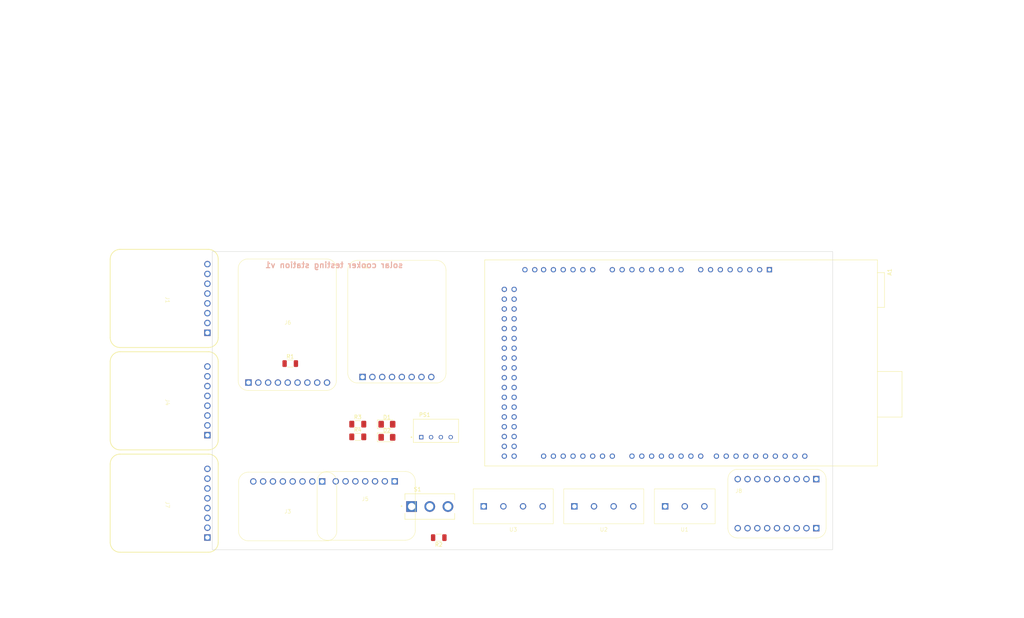
<source format=kicad_pcb>
(kicad_pcb (version 20221018) (generator pcbnew)
  (layers (0 "F.Cu" signal) (31 "B.Cu" signal) (34 "B.Paste" user) (35 "F.Paste" user) (36 "B.SilkS" user "B.Silkscreen") (37 "F.SilkS" user "F.Silkscreen") (38 "B.Mask" user) (39 "F.Mask" user) (44 "Edge.Cuts" user))
  (net 0 "")
  (net 1 "Net-(D1-K)")
  (net 2 "GND")
  (net 3 "Net-(D2-K)")
  (net 4 "/D4")
  (net 5 "/MISO")
  (net 6 "/MOSI")
  (net 7 "/SCK")
  (net 8 "+5V")
  (net 9 "/SDA")
  (net 10 "/SCL")
  (net 11 "+9V")
  (net 12 "/A0")
  (net 13 "/D6")
  (net 14 "/D11")
  (net 15 "/D24")
  (net 16 "/D22")
  (net 17 "/D23")
  (net 18 "/A10")
  (net 73 "/D3")
  (net 74 "/D5")
  (net 75 "/D7")
  (net 76 "/D12")
  (net 77 "/D13")
  (net 79 "/RX1")
  (net 83 "/D45")
  (net 84 "/D43")
  (net 85 "/TX1")
  (net 87 "Net-(J6-EN)")
  (footprint "Resistor_SMD:R_1206_3216Metric_Pad1.30x1.75mm_HandSolder" (layer "F.Cu") (at 107.75 124.7)
    (fp_text reference "R3" (at 0 -1.82) (layer "F.SilkS"))
    (fp_text value "150")
    (fp_line (start -0.727064 -0.91) (end 0.727064 -0.91) (stroke (width 0.12)) (layer "F.SilkS"))
    (fp_line (start -0.727064 0.91) (end 0.727064 0.91) (stroke (width 0.12)) (layer "F.SilkS"))
    (pad "1" smd roundrect (at -1.55 0) (size 1.3 1.75) (layers "F.Cu" "F.Paste" "F.Mask") (roundrect_rratio 0.192308) (net 1 "Net-(D1-K)"))
    (pad "2" smd roundrect (at 1.55 0) (size 1.3 1.75) (layers "F.Cu" "F.Paste" "F.Mask") (roundrect_rratio 0.192308) (net 2 "GND"))
  )
  (footprint "custom_components:screw_terminal_3pin" (layer "F.Cu") (at 192.33 145.975)
    (fp_text reference "U1" (at -0.055 6 unlocked) (layer "F.SilkS") (effects (font (thickness 0.1))))
    (fp_text value "anemometer")
    (fp_line (start -7.85 -4.5) (end -7.85 4.5) (stroke (width 0.1)) (layer "F.SilkS"))
    (fp_line (start -7.85 -4.5) (end 7.85 -4.5) (stroke (width 0.1)) (layer "F.SilkS"))
    (fp_line (start -7.85 4.5) (end 7.85 4.5) (stroke (width 0.1)) (layer "F.SilkS"))
    (fp_line (start 7.85 -4.5) (end 7.85 4.5) (stroke (width 0.1)) (layer "F.SilkS"))
    (pad "1" thru_hole rect (at -5.08 0) (size 1.65 1.65) (drill 1.1) (layers "*.Cu" "*.Mask") (net 11 "+9V"))
    (pad "2" thru_hole circle (at 0 0) (size 1.65 1.65) (drill 1.1) (layers "*.Cu" "*.Mask") (net 2 "GND"))
    (pad "3" thru_hole circle (at 5.08 0) (size 1.65 1.65) (drill 1.1) (layers "*.Cu" "*.Mask") (net 12 "/A0"))
  )
  (footprint "LED_SMD:LED_1206_3216Metric_Pad1.42x1.75mm_HandSolder" (layer "F.Cu") (at 115.2875 124.725)
    (fp_text reference "D1" (at 0 -1.82) (layer "F.SilkS"))
    (fp_text value "LED_GREEN")
    (fp_line (start -2.46 -1.135) (end -2.46 1.135) (stroke (width 0.12)) (layer "F.SilkS"))
    (fp_line (start -2.46 1.135) (end 1.6 1.135) (stroke (width 0.12)) (layer "F.SilkS"))
    (fp_line (start 1.6 -1.135) (end -2.46 -1.135) (stroke (width 0.12)) (layer "F.SilkS"))
    (pad "1" smd roundrect (at -1.4875 0) (size 1.425 1.75) (layers "F.Cu" "F.Paste" "F.Mask") (roundrect_rratio 0.175439) (net 1 "Net-(D1-K)"))
    (pad "2" smd roundrect (at 1.4875 0) (size 1.425 1.75) (layers "F.Cu" "F.Paste" "F.Mask") (roundrect_rratio 0.175439) (net 16 "/D22"))
  )
  (footprint "custom_components:BME680" (layer "F.Cu") (at 109.675 145.85)
    (fp_text reference "J5" (at 0 -1.778 unlocked) (layer "F.SilkS") (effects (font (thickness 0.1))))
    (fp_text value "BME680")
    (fp_line (start -12.446 6.35) (end -12.446 -6.35) (stroke (width 0.1)) (layer "F.SilkS"))
    (fp_line (start -9.906 -8.89) (end 10.414 -8.89) (stroke (width 0.1)) (layer "F.SilkS"))
    (fp_line (start 10.414 8.89) (end -9.906 8.89) (stroke (width 0.1)) (layer "F.SilkS"))
    (fp_line (start 12.954 -6.35) (end 12.954 6.35) (stroke (width 0.1)) (layer "F.SilkS"))
    (fp_arc (start -12.446 -6.35) (mid -11.702051 -8.146051) (end -9.906 -8.89) (stroke (width 0.1)) (layer "F.SilkS"))
    (fp_arc (start -9.906 8.89) (mid -11.702051 8.146051) (end -12.446 6.35) (stroke (width 0.1)) (layer "F.SilkS"))
    (fp_arc (start 10.414 -8.89) (mid 12.210051 -8.146051) (end 12.954 -6.35) (stroke (width 0.1)) (layer "F.SilkS"))
    (fp_arc (start 12.954 6.35) (mid 12.210051 8.146051) (end 10.414 8.89) (stroke (width 0.1)) (layer "F.SilkS"))
    (pad "1" thru_hole rect (at 7.62 -6.35) (size 1.65 1.65) (drill 1.1) (layers "*.Cu" "*.Mask") (net 8 "+5V"))
    (pad "2" thru_hole circle (at 5.08 -6.35) (size 1.65 1.65) (drill 1.1) (layers "*.Cu" "*.Mask"))
    (pad "3" thru_hole circle (at 2.54 -6.35) (size 1.65 1.65) (drill 1.1) (layers "*.Cu" "*.Mask") (net 2 "GND"))
    (pad "4" thru_hole circle (at 0 -6.35) (size 1.65 1.65) (drill 1.1) (layers "*.Cu" "*.Mask") (net 7 "/SCK"))
    (pad "5" thru_hole circle (at -2.54 -6.35) (size 1.65 1.65) (drill 1.1) (layers "*.Cu" "*.Mask") (net 5 "/MISO"))
    (pad "6" thru_hole circle (at -5.08 -6.35) (size 1.65 1.65) (drill 1.1) (layers "*.Cu" "*.Mask") (net 6 "/MOSI"))
    (pad "7" thru_hole circle (at -7.62 -6.35) (size 1.65 1.65) (drill 1.1) (layers "*.Cu" "*.Mask") (net 13 "/D6"))
  )
  (footprint "LED_SMD:LED_1206_3216Metric_Pad1.42x1.75mm_HandSolder" (layer "F.Cu") (at 115.2875 128.115)
    (fp_text reference "D2" (at 0 -1.82) (layer "F.SilkS"))
    (fp_text value "LED_RED")
    (fp_line (start -2.46 -1.135) (end -2.46 1.135) (stroke (width 0.12)) (layer "F.SilkS"))
    (fp_line (start -2.46 1.135) (end 1.6 1.135) (stroke (width 0.12)) (layer "F.SilkS"))
    (fp_line (start 1.6 -1.135) (end -2.46 -1.135) (stroke (width 0.12)) (layer "F.SilkS"))
    (pad "1" smd roundrect (at -1.4875 0) (size 1.425 1.75) (layers "F.Cu" "F.Paste" "F.Mask") (roundrect_rratio 0.175439) (net 3 "Net-(D2-K)"))
    (pad "2" smd roundrect (at 1.4875 0) (size 1.425 1.75) (layers "F.Cu" "F.Paste" "F.Mask") (roundrect_rratio 0.175439) (net 17 "/D23"))
  )
  (footprint "Resistor_SMD:R_1206_3216Metric_Pad1.30x1.75mm_HandSolder" (layer "F.Cu") (at 107.75 127.99)
    (fp_text reference "R4" (at 0 -1.82) (layer "F.SilkS"))
    (fp_text value "150")
    (fp_line (start -0.727064 -0.91) (end 0.727064 -0.91) (stroke (width 0.12)) (layer "F.SilkS"))
    (fp_line (start -0.727064 0.91) (end 0.727064 0.91) (stroke (width 0.12)) (layer "F.SilkS"))
    (pad "1" smd roundrect (at -1.55 0) (size 1.3 1.75) (layers "F.Cu" "F.Paste" "F.Mask") (roundrect_rratio 0.192308) (net 3 "Net-(D2-K)"))
    (pad "2" smd roundrect (at 1.55 0) (size 1.3 1.75) (layers "F.Cu" "F.Paste" "F.Mask") (roundrect_rratio 0.192308) (net 2 "GND"))
  )
  (footprint "custom_components:GPS" (layer "F.Cu") (at 89.635 98.95)
    (fp_text reference "J6" (at 0.015 -0.55 unlocked) (layer "F.SilkS") (effects (font (thickness 0.1))))
    (fp_text value "GPS")
    (fp_line (start -12.827 14.478) (end -12.827 -14.478) (stroke (width 0.1)) (layer "F.SilkS"))
    (fp_line (start -10.287 -17.018) (end 10.033 -17.018) (stroke (width 0.1)) (layer "F.SilkS"))
    (fp_line (start 10.033 17.018) (end -10.287 17.018) (stroke (width 0.1)) (layer "F.SilkS"))
    (fp_line (start 12.573 -14.478) (end 12.573 14.478) (stroke (width 0.1)) (layer "F.SilkS"))
    (fp_arc (start -12.827 -14.478) (mid -12.083051 -16.274051) (end -10.287 -17.018) (stroke (width 0.1)) (layer "F.SilkS"))
    (fp_arc (start -10.287 17.018) (mid -12.083051 16.274051) (end -12.827 14.478) (stroke (width 0.1)) (layer "F.SilkS"))
    (fp_arc (start 10.033 -17.018) (mid 11.829051 -16.274051) (end 12.573 -14.478) (stroke (width 0.1)) (layer "F.SilkS"))
    (fp_arc (start 12.573 14.478) (mid 11.829051 16.274051) (end 10.033 17.018) (stroke (width 0.1)) (layer "F.SilkS"))
    (pad "1" thru_hole rect (at -10.16 14.986) (size 1.65 1.65) (drill 1.1) (layers "*.Cu" "*.Mask"))
    (pad "2" thru_hole circle (at -7.62 14.986) (size 1.65 1.65) (drill 1.1) (layers "*.Cu" "*.Mask") (net 87 "Net-(J6-EN)"))
    (pad "3" thru_hole circle (at -5.08 14.986) (size 1.65 1.65) (drill 1.1) (layers "*.Cu" "*.Mask"))
    (pad "4" thru_hole circle (at -2.54 14.986) (size 1.65 1.65) (drill 1.1) (layers "*.Cu" "*.Mask"))
    (pad "5" thru_hole circle (at 0 14.986) (size 1.65 1.65) (drill 1.1) (layers "*.Cu" "*.Mask") (net 79 "/RX1"))
    (pad "6" thru_hole circle (at 2.54 14.986) (size 1.65 1.65) (drill 1.1) (layers "*.Cu" "*.Mask") (net 85 "/TX1"))
    (pad "7" thru_hole circle (at 5.08 14.986) (size 1.65 1.65) (drill 1.1) (layers "*.Cu" "*.Mask") (net 2 "GND"))
    (pad "8" thru_hole circle (at 7.62 14.986) (size 1.65 1.65) (drill 1.1) (layers "*.Cu" "*.Mask") (net 8 "+5V"))
    (pad "9" thru_hole circle (at 10.16 14.986) (size 1.65 1.65) (drill 1.1) (layers "*.Cu" "*.Mask"))
  )
  (footprint "custom_components:PT100" (layer "F.Cu") (at 57.175 92.16 -90)
    (fp_text reference "J1" (at 0.4 -1.36 -90 unlocked) (layer "F.SilkS") (effects (font (thickness 0.1))))
    (fp_text value "Pt100")
    (fp_line (start -12.7 10.922) (end -12.7 -11.938) (stroke (width 0.2)) (layer "F.SilkS"))
    (fp_line (start -10.16 -14.478) (end 10.16 -14.478) (stroke (width 0.2)) (layer "F.SilkS"))
    (fp_line (start 10.16 13.462) (end -10.16 13.462) (stroke (width 0.2)) (layer "F.SilkS"))
    (fp_line (start 12.7 -11.938) (end 12.7 10.922) (stroke (width 0.2)) (layer "F.SilkS"))
    (fp_arc (start -12.7 -11.938) (mid -11.956051 -13.734051) (end -10.16 -14.478) (stroke (width 0.2)) (layer "F.SilkS"))
    (fp_arc (start -10.16 13.462) (mid -11.956051 12.718051) (end -12.7 10.922) (stroke (width 0.2)) (layer "F.SilkS"))
    (fp_arc (start 10.16 -14.478) (mid 11.956051 -13.734051) (end 12.7 -11.938) (stroke (width 0.2)) (layer "F.SilkS"))
    (fp_arc (start 12.7 10.922) (mid 11.956051 12.718051) (end 10.16 13.462) (stroke (width 0.2)) (layer "F.SilkS"))
    (pad "1" thru_hole rect (at 8.89 -11.684 90) (size 1.65 1.65) (drill 1.1) (layers "*.Cu" "*.Mask") (net 8 "+5V"))
    (pad "2" thru_hole circle (at 6.35 -11.684 90) (size 1.65 1.65) (drill 1.1) (layers "*.Cu" "*.Mask") (net 2 "GND"))
    (pad "3" thru_hole circle (at 3.81 -11.684 90) (size 1.65 1.65) (drill 1.1) (layers "*.Cu" "*.Mask"))
    (pad "4" thru_hole circle (at 1.27 -11.684 90) (size 1.65 1.65) (drill 1.1) (layers "*.Cu" "*.Mask") (net 7 "/SCK"))
    (pad "5" thru_hole circle (at -1.27 -11.684 90) (size 1.65 1.65) (drill 1.1) (layers "*.Cu" "*.Mask") (net 5 "/MISO"))
    (pad "6" thru_hole circle (at -3.81 -11.684 90) (size 1.65 1.65) (drill 1.1) (layers "*.Cu" "*.Mask") (net 6 "/MOSI"))
    (pad "7" thru_hole circle (at -6.35 -11.684 90) (size 1.65 1.65) (drill 1.1) (layers "*.Cu" "*.Mask") (net 14 "/D11"))
    (pad "8" thru_hole circle (at -8.89 -11.684 90) (size 1.65 1.65) (drill 1.1) (layers "*.Cu" "*.Mask"))
  )
  (footprint "custom_components:PT100" (layer "F.Cu") (at 57.175 118.66 -90)
    (fp_text reference "J4" (at 0.4 -1.36 -90 unlocked) (layer "F.SilkS") (effects (font (thickness 0.1))))
    (fp_text value "Pt100")
    (fp_line (start -12.7 10.922) (end -12.7 -11.938) (stroke (width 0.2)) (layer "F.SilkS"))
    (fp_line (start -10.16 -14.478) (end 10.16 -14.478) (stroke (width 0.2)) (layer "F.SilkS"))
    (fp_line (start 10.16 13.462) (end -10.16 13.462) (stroke (width 0.2)) (layer "F.SilkS"))
    (fp_line (start 12.7 -11.938) (end 12.7 10.922) (stroke (width 0.2)) (layer "F.SilkS"))
    (fp_arc (start -12.7 -11.938) (mid -11.956051 -13.734051) (end -10.16 -14.478) (stroke (width 0.2)) (layer "F.SilkS"))
    (fp_arc (start -10.16 13.462) (mid -11.956051 12.718051) (end -12.7 10.922) (stroke (width 0.2)) (layer "F.SilkS"))
    (fp_arc (start 10.16 -14.478) (mid 11.956051 -13.734051) (end 12.7 -11.938) (stroke (width 0.2)) (layer "F.SilkS"))
    (fp_arc (start 12.7 10.922) (mid 11.956051 12.718051) (end 10.16 13.462) (stroke (width 0.2)) (layer "F.SilkS"))
    (pad "1" thru_hole rect (at 8.89 -11.684 90) (size 1.65 1.65) (drill 1.1) (layers "*.Cu" "*.Mask") (net 8 "+5V"))
    (pad "2" thru_hole circle (at 6.35 -11.684 90) (size 1.65 1.65) (drill 1.1) (layers "*.Cu" "*.Mask") (net 2 "GND"))
    (pad "3" thru_hole circle (at 3.81 -11.684 90) (size 1.65 1.65) (drill 1.1) (layers "*.Cu" "*.Mask"))
    (pad "4" thru_hole circle (at 1.27 -11.684 90) (size 1.65 1.65) (drill 1.1) (layers "*.Cu" "*.Mask") (net 7 "/SCK"))
    (pad "5" thru_hole circle (at -1.27 -11.684 90) (size 1.65 1.65) (drill 1.1) (layers "*.Cu" "*.Mask") (net 5 "/MISO"))
    (pad "6" thru_hole circle (at -3.81 -11.684 90) (size 1.65 1.65) (drill 1.1) (layers "*.Cu" "*.Mask") (net 6 "/MOSI"))
    (pad "7" thru_hole circle (at -6.35 -11.684 90) (size 1.65 1.65) (drill 1.1) (layers "*.Cu" "*.Mask") (net 76 "/D12"))
    (pad "8" thru_hole circle (at -8.89 -11.684 90) (size 1.65 1.65) (drill 1.1) (layers "*.Cu" "*.Mask"))
  )
  (footprint "switch:SW_500SSP1S2M2QEA" (layer "F.Cu") (at 126.375 146.025)
    (fp_text reference "S1" (at -3.175 -4.445) (layer "F.SilkS"))
    (fp_text value "500SSP1S2M2QEA")
    (fp_line (start -6.425 -3.3) (end 6.425 -3.3) (stroke (width 0.127)) (layer "F.SilkS"))
    (fp_line (start -6.425 -1.75) (end -6.425 -3.3) (stroke (width 0.127)) (layer "F.SilkS"))
    (fp_line (start -6.425 3.3) (end -6.425 1.75) (stroke (width 0.127)) (layer "F.SilkS"))
    (fp_line (start 6.425 -3.3) (end 6.425 -1.75) (stroke (width 0.127)) (layer "F.SilkS"))
    (fp_line (start 6.425 1.75) (end 6.425 3.3) (stroke (width 0.127)) (layer "F.SilkS"))
    (fp_line (start 6.425 3.3) (end -6.425 3.3) (stroke (width 0.127)) (layer "F.SilkS"))
    (fp_circle (center -7.3 -0.1) (end -7.2 -0.1) (stroke (width 0.2)) (fill none) (layer "F.SilkS"))
    (pad "1" thru_hole rect (at -4.7 0) (size 2.775 2.775) (drill 1.85) (layers "*.Cu" "*.Mask") (net 8 "+5V"))
    (pad "2" thru_hole circle (at 0 0) (size 2.775 2.775) (drill 1.85) (layers "*.Cu" "*.Mask") (net 15 "/D24"))
    (pad "3" thru_hole circle (at 4.7 0) (size 2.775 2.775) (drill 1.85) (layers "*.Cu" "*.Mask") (net 2 "GND"))
  )
  (footprint "Arduino Mega:ARDUINO_A000067" (layer "F.Cu") (at 191.375 108.855 -90)
    (fp_text reference "A1" (at -23.525 -53.945 90) (layer "F.SilkS"))
    (fp_text value "A000067")
    (fp_line (start -26.67 -50.8) (end -23.37 -50.8) (stroke (width 0.127)) (layer "F.SilkS"))
    (fp_line (start -26.67 50.8) (end -26.67 -50.8) (stroke (width 0.127)) (layer "F.SilkS"))
    (fp_line (start -23.37 -52.61) (end -14.378 -52.61) (stroke (width 0.127)) (layer "F.SilkS"))
    (fp_line (start -23.37 -50.8) (end -23.37 -52.61) (stroke (width 0.127)) (layer "F.SilkS"))
    (fp_line (start -23.37 -50.8) (end -14.378 -50.8) (stroke (width 0.127)) (layer "F.SilkS"))
    (fp_line (start -14.378 -52.61) (end -14.378 -50.8) (stroke (width 0.127)) (layer "F.SilkS"))
    (fp_line (start -14.378 -50.8) (end 2.22 -50.8) (stroke (width 0.127)) (layer "F.SilkS"))
    (fp_line (start 2.22 -57.15) (end 2.22 -50.8) (stroke (width 0.127)) (layer "F.SilkS"))
    (fp_line (start 2.22 -50.8) (end 14.02 -50.8) (stroke (width 0.127)) (layer "F.SilkS"))
    (fp_line (start 14.02 -57.15) (end 2.22 -57.15) (stroke (width 0.127)) (layer "F.SilkS"))
    (fp_line (start 14.02 -50.8) (end 14.02 -57.15) (stroke (width 0.127)) (layer "F.SilkS"))
    (fp_line (start 14.02 -50.8) (end 26.67 -50.8) (stroke (width 0.127)) (layer "F.SilkS"))
    (fp_line (start 26.67 -50.8) (end 26.67 50.8) (stroke (width 0.127)) (layer "F.SilkS"))
    (fp_line (start 26.67 50.8) (end -26.67 50.8) (stroke (width 0.127)) (layer "F.SilkS"))
    (pad "" np_thru_hole circle (at -24.13 -36.83 270) (size 3.2 3.2) (drill 3.2) (layers "*.Cu" "*.Mask"))
    (pad "" np_thru_hole circle (at -24.13 45.72 270) (size 3.2 3.2) (drill 3.2) (layers "*.Cu" "*.Mask"))
    (pad "" np_thru_hole circle (at -19.05 15.24 270) (size 3.2 3.2) (drill 3.2) (layers "*.Cu" "*.Mask"))
    (pad "" np_thru_hole circle (at 8.89 15.24 270) (size 3.2 3.2) (drill 3.2) (layers "*.Cu" "*.Mask"))
    (pad "" np_thru_hole circle (at 24.13 -35.56 270) (size 3.2 3.2) (drill 3.2) (layers "*.Cu" "*.Mask"))
    (pad "" np_thru_hole circle (at 24.13 39.37 270) (size 3.2 3.2) (drill 3.2) (layers "*.Cu" "*.Mask"))
    (pad "0" thru_hole circle (at 24.13 12.7 270) (size 1.358 1.358) (drill 0.85) (layers "*.Cu" "*.Mask"))
    (pad "1" thru_hole circle (at 24.13 10.16 270) (size 1.358 1.358) (drill 0.85) (layers "*.Cu" "*.Mask"))
    (pad "2" thru_hole circle (at 24.13 7.62 270) (size 1.358 1.358) (drill 0.85) (layers "*.Cu" "*.Mask"))
    (pad "3" thru_hole circle (at 24.13 5.08 270) (size 1.358 1.358) (drill 0.85) (layers "*.Cu" "*.Mask") (net 73 "/D3"))
    (pad "3V3" thru_hole circle (at -24.13 -15.24 270) (size 1.358 1.358) (drill 0.85) (layers "*.Cu" "*.Mask"))
    (pad "4" thru_hole circle (at 24.13 2.54 270) (size 1.358 1.358) (drill 0.85) (layers "*.Cu" "*.Mask") (net 4 "/D4"))
    (pad "5" thru_hole circle (at 24.13 0 270) (size 1.358 1.358) (drill 0.85) (layers "*.Cu" "*.Mask") (net 74 "/D5"))
    (pad "5V_1" thru_hole circle (at -24.13 -12.7 270) (size 1.358 1.358) (drill 0.85) (layers "*.Cu" "*.Mask") (net 8 "+5V"))
    (pad "5V_2" thru_hole circle (at 24.13 43.18 270) (size 1.358 1.358) (drill 0.85) (layers "*.Cu" "*.Mask"))
    (pad "5V_3" thru_hole circle (at 24.13 45.72 270) (size 1.358 1.358) (drill 0.85) (layers "*.Cu" "*.Mask") (net 8 "+5V"))
    (pad "6" thru_hole circle (at 24.13 -2.54 270) (size 1.358 1.358) (drill 0.85) (layers "*.Cu" "*.Mask") (net 13 "/D6"))
    (pad "7" thru_hole circle (at 24.13 -5.08 270) (size 1.358 1.358) (drill 0.85) (layers "*.Cu" "*.Mask") (net 75 "/D7"))
    (pad "8" thru_hole circle (at 24.13 -9.144 270) (size 1.358 1.358) (drill 0.85) (layers "*.Cu" "*.Mask"))
    (pad "9" thru_hole circle (at 24.13 -11.684 270) (size 1.358 1.358) (drill 0.85) (layers "*.Cu" "*.Mask"))
    (pad "10" thru_hole circle (at 24.13 -14.224 270) (size 1.358 1.358) (drill 0.85) (layers "*.Cu" "*.Mask"))
    (pad "11" thru_hole circle (at 24.13 -16.764 270) (size 1.358 1.358) (drill 0.85) (layers "*.Cu" "*.Mask") (net 14 "/D11"))
    (pad "12" thru_hole circle (at 24.13 -19.304 270) (size 1.358 1.358) (drill 0.85) (layers "*.Cu" "*.Mask") (net 76 "/D12"))
    (pad "13" thru_hole circle (at 24.13 -21.844 270) (size 1.358 1.358) (drill 0.85) (layers "*.Cu" "*.Mask") (net 77 "/D13"))
    (pad "14" thru_hole circle (at 24.13 17.78 270) (size 1.358 1.358) (drill 0.85) (layers "*.Cu" "*.Mask"))
    (pad "15" thru_hole circle (at 24.13 20.32 270) (size 1.358 1.358) (drill 0.85) (layers "*.Cu" "*.Mask"))
    (pad "16" thru_hole circle (at 24.13 22.86 270) (size 1.358 1.358) (drill 0.85) (layers "*.Cu" "*.Mask"))
    (pad "17" thru_hole circle (at 24.13 25.4 270) (size 1.358 1.358) (drill 0.85) (layers "*.Cu" "*.Mask"))
    (pad "18" thru_hole circle (at 24.13 27.94 270) (size 1.358 1.358) (drill 0.85) (layers "*.Cu" "*.Mask") (net 85 "/TX1"))
    (pad "19" thru_hole circle (at 24.13 30.48 270) (size 1.358 1.358) (drill 0.85) (layers "*.Cu" "*.Mask") (net 79 "/RX1"))
    (pad "20" thru_hole circle (at 24.13 33.02 270) (size 1.358 1.358) (drill 0.85) (layers "*.Cu" "*.Mask") (net 9 "/SDA"))
    (pad "21" thru_hole circle (at 24.13 35.56 270) (size 1.358 1.358) (drill 0.85) (layers "*.Cu" "*.Mask") (net 10 "/SCL"))
    (pad "22" thru_hole circle (at 21.59 43.18 270) (size 1.358 1.358) (drill 0.85) (layers "*.Cu" "*.Mask") (net 16 "/D22"))
    (pad "23" thru_hole circle (at 21.59 45.72 270) (size 1.358 1.358) (drill 0.85) (layers "*.Cu" "*.Mask") (net 17 "/D23"))
    (pad "24" thru_hole circle (at 19.05 43.18 270) (size 1.358 1.358) (drill 0.85) (layers "*.Cu" "*.Mask") (net 15 "/D24"))
    (pad "25" thru_hole circle (at 19.05 45.72 270) (size 1.358 1.358) (drill 0.85) (layers "*.Cu" "*.Mask"))
    (pad "26" thru_hole circle (at 16.51 43.18 270) (size 1.358 1.358) (drill 0.85) (layers "*.Cu" "*.Mask"))
    (pad "27" thru_hole circle (at 16.51 45.72 270) (size 1.358 1.358) (drill 0.85) (layers "*.Cu" "*.Mask"))
    (pad "28" thru_hole circle (at 13.97 43.18 270) (size 1.358 1.358) (drill 0.85) (layers "*.Cu" "*.Mask"))
    (pad "29" thru_hole circle (at 13.97 45.72 270) (size 1.358 1.358) (drill 0.85) (layers "*.Cu" "*.Mask"))
    (pad "30" thru_hole circle (at 11.43 43.18 270) (size 1.358 1.358) (drill 0.85) (layers "*.Cu" "*.Mask"))
    (pad "31" thru_hole circle (at 11.43 45.72 270) (size 1.358 1.358) (drill 0.85) (layers "*.Cu" "*.Mask"))
    (pad "32" thru_hole circle (at 8.89 43.18 270) (size 1.358 1.358) (drill 0.85) (layers "*.Cu" "*.Mask"))
    (pad "33" thru_hole circle (at 8.89 45.72 270) (size 1.358 1.358) (drill 0.85) (layers "*.Cu" "*.Mask"))
    (pad "34" thru_hole circle (at 6.35 43.18 270) (size 1.358 1.358) (drill 0.85) (layers "*.Cu" "*.Mask"))
    (pad "35" thru_hole circle (at 6.35 45.72 270) (size 1.358 1.358) (drill 0.85) (layers "*.Cu" "*.Mask"))
    (pad "36" thru_hole circle (at 3.81 43.18 270) (size 1.358 1.358) (drill 0.85) (layers "*.Cu" "*.Mask"))
    (pad "37" thru_hole circle (at 3.81 45.72 270) (size 1.358 1.358) (drill 0.85) (layers "*.Cu" "*.Mask"))
    (pad "38" thru_hole circle (at 1.27 43.18 270) (size 1.358 1.358) (drill 0.85) (layers "*.Cu" "*.Mask"))
    (pad "39" thru_hole circle (at 1.27 45.72 270) (size 1.358 1.358) (drill 0.85) (layers "*.Cu" "*.Mask"))
    (pad "40" thru_hole circle (at -1.27 43.18 270) (size 1.358 1.358) (drill 0.85) (layers "*.Cu" "*.Mask"))
    (pad "41" thru_hole circle (at -1.27 45.72 270) (size 1.358 1.358) (drill 0.85) (layers "*.Cu" "*.Mask"))
    (pad "42" thru_hole circle (at -3.81 43.18 270) (size 1.358 1.358) (drill 0.85) (layers "*.Cu" "*.Mask"))
    (pad "43" thru_hole circle (at -3.81 45.72 270) (size 1.358 1.358) (drill 0.85) (layers "*.Cu" "*.Mask") (net 84 "/D43"))
    (pad "44" thru_hole circle (at -6.35 43.18 270) (size 1.358 1.358) (drill 0.85) (layers "*.Cu" "*.Mask"))
    (pad "45" thru_hole circle (at -6.35 45.72 270) (size 1.358 1.358) (drill 0.85) (layers "*.Cu" "*.Mask") (net 83 "/D45"))
    (pad "46" thru_hole circle (at -8.89 43.18 270) (size 1.358 1.358) (drill 0.85) (layers "*.Cu" "*.Mask"))
    (pad "47" thru_hole circle (at -8.89 45.72 270) (size 1.358 1.358) (drill 0.85) (layers "*.Cu" "*.Mask"))
    (pad "48" thru_hole circle (at -11.43 43.18 270) (size 1.358 1.358) (drill 0.85) (layers "*.Cu" "*.Mask"))
    (pad "49" thru_hole circle (at -11.43 45.72 270) (size 1.358 1.358) (drill 0.85) (layers "*.Cu" "*.Mask"))
    (pad "50" thru_hole circle (at -13.97 43.18 270) (size 1.358 1.358) (drill 0.85) (layers "*.Cu" "*.Mask") (net 5 "/MISO"))
    (pad "51" thru_hole circle (at -13.97 45.72 270) (size 1.358 1.358) (drill 0.85) (layers "*.Cu" "*.Mask") (net 6 "/MOSI"))
    (pad "52" thru_hole circle (at -16.51 43.18 270) (size 1.358 1.358) (drill 0.85) (layers "*.Cu" "*.Mask") (net 7 "/SCK"))
    (pad "53" thru_hole circle (at -16.51 45.72 270) (size 1.358 1.358) (drill 0.85) (layers "*.Cu" "*.Mask"))
    (pad "AD0" thru_hole circle (at -24.13 0 270) (size 1.358 1.358) (drill 0.85) (layers "*.Cu" "*.Mask") (net 12 "/A0"))
    (pad "AD1" thru_hole circle (at -24.13 2.54 270) (size 1.358 1.358) (drill 0.85) (layers "*.Cu" "*.Mask"))
    (pad "AD2" thru_hole circle (at -24.13 5.08 270) (size 1.358 1.358) (drill 0.85) (layers "*.Cu" "*.Mask"))
    (pad "AD3" thru_hole circle (at -24.13 7.62 270) (size 1.358 1.358) (drill 0.85) (layers "*.Cu" "*.Mask"))
    (pad "AD4" thru_hole circle (at -24.13 10.16 270) (size 1.358 1.358) (drill 0.85) (layers "*.Cu" "*.Mask"))
    (pad "AD5" thru_hole circle (at -24.13 12.7 270) (size 1.358 1.358) (drill 0.85) (layers "*.Cu" "*.Mask"))
    (pad "AD6" thru_hole circle (at -24.13 15.24 270) (size 1.358 1.358) (drill 0.85) (layers "*.Cu" "*.Mask"))
    (pad "AD7" thru_hole circle (at -24.13 17.78 270) (size 1.358 1.358) (drill 0.85) (layers "*.Cu" "*.Mask"))
    (pad "AD8" thru_hole circle (at -24.13 22.86 270) (size 1.358 1.358) (drill 0.85) (layers "*.Cu" "*.Mask"))
    (pad "AD9" thru_hole circle (at -24.13 25.4 270) (size 1.358 1.358) (drill 0.85) (layers "*.Cu" "*.Mask"))
    (pad "AD10" thru_hole circle (at -24.13 27.94 270) (size 1.358 1.358) (drill 0.85) (layers "*.Cu" "*.Mask") (net 18 "/A10"))
    (pad "AD11" thru_hole circle (at -24.13 30.48 270) (size 1.358 1.358) (drill 0.85) (layers "*.Cu" "*.Mask"))
    (pad "AD12" thru_hole circle (at -24.13 33.02 270) (size 1.358 1.358) (drill 0.85) (layers "*.Cu" "*.Mask"))
    (pad "AD13" thru_hole circle (at -24.13 35.56 270) (size 1.358 1.358) (drill 0.85) (layers "*.Cu" "*.Mask"))
    (pad "AD14" thru_hole circle (at -24.13 37.846 270) (size 1.358 1.358) (drill 0.85) (layers "*.Cu" "*.Mask"))
    (pad "AD15" thru_hole circle (at -24.13 40.386 270) (size 1.358 1.358) (drill 0.85) (layers "*.Cu" "*.Mask"))
    (pad "AREF" thru_hole circle (at 24.13 -26.924 270) (size 1.358 1.358) (drill 0.85) (layers "*.Cu" "*.Mask"))
    (pad "GND1" thru_hole circle (at -24.13 -10.16 270) (size 1.358 1.358) (drill 0.85) (layers "*.Cu" "*.Mask") (net 2 "GND"))
    (pad "GND2" thru_hole circle (at -24.13 -7.62 270) (size 1.358 1.358) (drill 0.85) (layers "*.Cu" "*.Mask") (net 2 "GND"))
    (pad "GND3" thru_hole circle (at 24.13 -24.384 270) (size 1.358 1.358) (drill 0.85) (layers "*.Cu" "*.Mask") (net 2 "GND"))
    (pad "GND4" thru_hole circle (at -19.05 43.18 270) (size 1.358 1.358) (drill 0.85) (layers "*.Cu" "*.Mask") (net 2 "GND"))
    (pad "GND5" thru_hole circle (at -19.05 45.72 270) (size 1.358 1.358) (drill 0.85) (layers "*.Cu" "*.Mask") (net 2 "GND"))
    (pad "IOREF" thru_hole circle (at -24.13 -20.32 270) (size 1.358 1.358) (drill 0.85) (layers "*.Cu" "*.Mask"))
    (pad "NC" thru_hole rect (at -24.13 -22.86 270) (size 1.358 1.358) (drill 0.85) (layers "*.Cu" "*.Mask"))
    (pad "RESET" thru_hole circle (at -24.13 -17.78 270) (size 1.358 1.358) (drill 0.85) (layers "*.Cu" "*.Mask"))
    (pad "SCL" thru_hole circle (at 24.13 -32.004 270) (size 1.358 1.358) (drill 0.85) (layers "*.Cu" "*.Mask"))
    (pad "SDA" thru_hole circle (at 24.13 -29.464 270) (size 1.358 1.358) (drill 0.85) (layers "*.Cu" "*.Mask"))
    (pad "VIN" thru_hole circle (at -24.13 -5.08 270) (size 1.358 1.358) (drill 0.85) (layers "*.Cu" "*.Mask"))
  )
  (footprint "custom_components:display" (layer "F.Cu") (at 216.185 145.28)
    (fp_text reference "J8" (at -9.9 -3.3 unlocked) (layer "F.SilkS") (effects (font (thickness 0.1))))
    (fp_text value "display")
    (fp_line (start -12.7 -6.35) (end -12.7 6.35) (stroke (width 0.1)) (layer "F.SilkS"))
    (fp_line (start -10.16 8.89) (end 10.16 8.89) (stroke (width 0.1)) (layer "F.SilkS"))
    (fp_line (start 10.16 -8.89) (end -10.16 -8.89) (stroke (width 0.1)) (layer "F.SilkS"))
    (fp_line (start 12.7 6.35) (end 12.7 -6.35) (stroke (width 0.1)) (layer "F.SilkS"))
    (fp_arc (start -12.7 -6.35) (mid -11.956051 -8.146051) (end -10.16 -8.89) (stroke (width 0.1)) (layer "F.SilkS"))
    (fp_arc (start -10.16 8.89) (mid -11.956051 8.146051) (end -12.7 6.35) (stroke (width 0.1)) (layer "F.SilkS"))
    (fp_arc (start 10.16 -8.89) (mid 11.956051 -8.146051) (end 12.7 -6.35) (stroke (width 0.1)) (layer "F.SilkS"))
    (fp_arc (start 12.7 6.35) (mid 11.956051 8.146051) (end 10.16 8.89) (stroke (width 0.1)) (layer "F.SilkS"))
    (pad "1" thru_hole rect (at 10.16 -6.35 180) (size 1.65 1.65) (drill 1.1) (layers "*.Cu" "*.Mask") (net 73 "/D3"))
    (pad "2" thru_hole circle (at 7.62 -6.35 180) (size 1.65 1.65) (drill 1.1) (layers "*.Cu" "*.Mask") (net 74 "/D5"))
    (pad "3" thru_hole circle (at 5.08 -6.35 180) (size 1.65 1.65) (drill 1.1) (layers "*.Cu" "*.Mask") (net 75 "/D7"))
    (pad "4" thru_hole circle (at 2.54 -6.35 180) (size 1.65 1.65) (drill 1.1) (layers "*.Cu" "*.Mask") (net 5 "/MISO"))
    (pad "5" thru_hole circle (at 0 -6.35 180) (size 1.65 1.65) (drill 1.1) (layers "*.Cu" "*.Mask") (net 6 "/MOSI"))
    (pad "6" thru_hole circle (at -2.54 -6.35 180) (size 1.65 1.65) (drill 1.1) (layers "*.Cu" "*.Mask") (net 7 "/SCK"))
    (pad "7" thru_hole circle (at -5.08 -6.35 180) (size 1.65 1.65) (drill 1.1) (layers "*.Cu" "*.Mask") (net 2 "GND"))
    (pad "8" thru_hole circle (at -7.62 -6.35 180) (size 1.65 1.65) (drill 1.1) (layers "*.Cu" "*.Mask"))
    (pad "9" thru_hole circle (at -10.16 -6.35 180) (size 1.65 1.65) (drill 1.1) (layers "*.Cu" "*.Mask") (net 8 "+5V"))
    (pad "10" thru_hole rect (at 10.16 6.35 180) (size 1.65 1.65) (drill 1.1) (layers "*.Cu" "*.Mask"))
    (pad "11" thru_hole circle (at 7.62 6.35 180) (size 1.65 1.65) (drill 1.1) (layers "*.Cu" "*.Mask"))
    (pad "12" thru_hole circle (at 5.08 6.35 180) (size 1.65 1.65) (drill 1.1) (layers "*.Cu" "*.Mask"))
    (pad "13" thru_hole circle (at 2.54 6.35 180) (size 1.65 1.65) (drill 1.1) (layers "*.Cu" "*.Mask"))
    (pad "14" thru_hole circle (at 0 6.35 180) (size 1.65 1.65) (drill 1.1) (layers "*.Cu" "*.Mask"))
    (pad "15" thru_hole circle (at -2.54 6.35 180) (size 1.65 1.65) (drill 1.1) (layers "*.Cu" "*.Mask"))
    (pad "16" thru_hole circle (at -5.08 6.35 180) (size 1.65 1.65) (drill 1.1) (layers "*.Cu" "*.Mask"))
    (pad "17" thru_hole circle (at -7.62 6.35 180) (size 1.65 1.65) (drill 1.1) (layers "*.Cu" "*.Mask"))
    (pad "18" thru_hole circle (at -10.16 6.35 180) (size 1.65 1.65) (drill 1.1) (layers "*.Cu" "*.Mask"))
  )
  (footprint "dcdc convertor:CONV_TBA_1-0519" (layer "F.Cu") (at 127.975 126.425)
    (fp_text reference "PS1" (at -2.915 -4.135) (layer "F.SilkS"))
    (fp_text value "TBA_1-0519")
    (fp_line (start -5.84 -3) (end 5.84 -3) (stroke (width 0.127)) (layer "F.SilkS"))
    (fp_line (start -5.84 3) (end -5.84 -3) (stroke (width 0.127)) (layer "F.SilkS"))
    (fp_line (start 5.84 -3) (end 5.84 3) (stroke (width 0.127)) (layer "F.SilkS"))
    (fp_line (start 5.84 3) (end -5.84 3) (stroke (width 0.127)) (layer "F.SilkS"))
    (fp_circle (center -6.35 1.65) (end -6.25 1.65) (stroke (width 0.2)) (fill none) (layer "F.SilkS"))
    (pad "1" thru_hole rect (at -3.81 1.65) (size 1.11 1.11) (drill 0.71) (layers "*.Cu" "*.Mask") (net 2 "GND"))
    (pad "2" thru_hole circle (at -1.27 1.65) (size 1.11 1.11) (drill 0.71) (layers "*.Cu" "*.Mask") (net 8 "+5V"))
    (pad "3" thru_hole circle (at 1.27 1.65) (size 1.11 1.11) (drill 0.71) (layers "*.Cu" "*.Mask"))
    (pad "4" thru_hole circle (at 3.81 1.65) (size 1.11 1.11) (drill 0.71) (layers "*.Cu" "*.Mask") (net 11 "+9V"))
  )
  (footprint "custom_components:clockModule" (layer "F.Cu") (at 89.635 146.285)
    (fp_text reference "J3" (at 0 1.016 unlocked) (layer "F.SilkS") (effects (font (thickness 0.1))))
    (fp_text value "clock_module")
    (fp_line (start -12.718051 6.077949) (end -12.718051 -6.622051) (stroke (width 0.1)) (layer "F.SilkS"))
    (fp_line (start -10.178051 -9.162051) (end 10.141949 -9.162051) (stroke (width 0.1)) (layer "F.SilkS"))
    (fp_line (start 10.141949 8.617949) (end -10.178051 8.617949) (stroke (width 0.1)) (layer "F.SilkS"))
    (fp_line (start 12.681949 -6.622051) (end 12.681949 6.077949) (stroke (width 0.1)) (layer "F.SilkS"))
    (fp_arc (start -12.718051 -6.622051) (mid -11.974102 -8.418102) (end -10.178051 -9.162051) (stroke (width 0.1)) (layer "F.SilkS"))
    (fp_arc (start -10.178051 8.617949) (mid -11.974102 7.874) (end -12.718051 6.077949) (stroke (width 0.1)) (layer "F.SilkS"))
    (fp_arc (start 10.141949 -9.162051) (mid 11.938001 -8.418103) (end 12.681949 -6.622051) (stroke (width 0.1)) (layer "F.SilkS"))
    (fp_arc (start 12.681949 6.077949) (mid 11.938001 7.874001) (end 10.141949 8.617949) (stroke (width 0.1)) (layer "F.SilkS"))
    (pad "1" thru_hole rect (at 8.901949 -6.749051) (size 1.65 1.65) (drill 1.1) (layers "*.Cu" "*.Mask") (net 8 "+5V"))
    (pad "2" thru_hole circle (at 6.361949 -6.749051) (size 1.65 1.65) (drill 1.1) (layers "*.Cu" "*.Mask") (net 2 "GND"))
    (pad "3" thru_hole circle (at 3.821949 -6.749051) (size 1.65 1.65) (drill 1.1) (layers "*.Cu" "*.Mask") (net 10 "/SCL"))
    (pad "4" thru_hole circle (at 1.281949 -6.749051) (size 1.65 1.65) (drill 1.1) (layers "*.Cu" "*.Mask") (net 9 "/SDA"))
    (pad "5" thru_hole circle (at -1.258051 -6.749051) (size 1.65 1.65) (drill 1.1) (layers "*.Cu" "*.Mask"))
    (pad "6" thru_hole circle (at -3.828051 -6.749051) (size 1.65 1.65) (drill 1.1) (layers "*.Cu" "*.Mask"))
    (pad "7" thru_hole circle (at -6.368051 -6.749051) (size 1.65 1.65) (drill 1.1) (layers "*.Cu" "*.Mask"))
    (pad "8" thru_hole circle (at -8.908051 -6.749051) (size 1.65 1.65) (drill 1.1) (layers "*.Cu" "*.Mask"))
  )
  (footprint "Resistor_SMD:R_1206_3216Metric" (layer "F.Cu") (at 128.7 154.08 180)
    (fp_text reference "R2" (at 0 -1.82) (layer "F.SilkS"))
    (fp_text value "10k")
    (fp_line (start -0.727064 -0.91) (end 0.727064 -0.91) (stroke (width 0.12)) (layer "F.SilkS"))
    (fp_line (start -0.727064 0.91) (end 0.727064 0.91) (stroke (width 0.12)) (layer "F.SilkS"))
    (pad "1" smd roundrect (at -1.4625 0 180) (size 1.125 1.75) (layers "F.Cu" "F.Paste" "F.Mask") (roundrect_rratio 0.222222) (net 2 "GND"))
    (pad "2" smd roundrect (at 1.4625 0 180) (size 1.125 1.75) (layers "F.Cu" "F.Paste" "F.Mask") (roundrect_rratio 0.222222) (net 15 "/D24"))
  )
  (footprint "Resistor_SMD:R_1206_3216Metric" (layer "F.Cu") (at 90.2875 109.025)
    (fp_text reference "R1" (at 0 -1.82) (layer "F.SilkS"))
    (fp_text value "10k")
    (fp_line (start -0.727064 -0.91) (end 0.727064 -0.91) (stroke (width 0.12)) (layer "F.SilkS"))
    (fp_line (start -0.727064 0.91) (end 0.727064 0.91) (stroke (width 0.12)) (layer "F.SilkS"))
    (pad "1" smd roundrect (at -1.4625 0) (size 1.125 1.75) (layers "F.Cu" "F.Paste" "F.Mask") (roundrect_rratio 0.222222) (net 87 "Net-(J6-EN)"))
    (pad "2" smd roundrect (at 1.4625 0) (size 1.125 1.75) (layers "F.Cu" "F.Paste" "F.Mask") (roundrect_rratio 0.222222) (net 8 "+5V"))
  )
  (footprint "custom_components:microSD" (layer "F.Cu") (at 117.875 98.17)
    (fp_text reference "J2" (at -8.2 -14.3 unlocked) (layer "F.SilkS") (effects (font (thickness 0.1))))
    (fp_text value "microSD")
    (fp_line (start -12.7 -13.335) (end -12.7 13.335) (stroke (width 0.1)) (layer "F.SilkS"))
    (fp_line (start -10.16 15.875) (end 10.16 15.875) (stroke (width 0.1)) (layer "F.SilkS"))
    (fp_line (start 10.16 -15.875) (end -10.16 -15.875) (stroke (width 0.1)) (layer "F.SilkS"))
    (fp_line (start 12.7 13.335) (end 12.7 -13.335) (stroke (width 0.1)) (layer "F.SilkS"))
    (fp_arc (start -12.7 -13.335) (mid -11.956051 -15.131051) (end -10.16 -15.875) (stroke (width 0.1)) (layer "F.SilkS"))
    (fp_arc (start -10.16 15.875) (mid -11.956051 15.131051) (end -12.7 13.335) (stroke (width 0.1)) (layer "F.SilkS"))
    (fp_arc (start 10.16 -15.875) (mid 11.956051 -15.131051) (end 12.7 -13.335) (stroke (width 0.1)) (layer "F.SilkS"))
    (fp_arc (start 12.7 13.335) (mid 11.956051 15.131051) (end 10.16 15.875) (stroke (width 0.1)) (layer "F.SilkS"))
    (pad "1" thru_hole rect (at -8.89 14.3256) (size 1.65 1.65) (drill 1.1) (layers "*.Cu" "*.Mask") (net 8 "+5V"))
    (pad "2" thru_hole circle (at -6.35 14.3256) (size 1.65 1.65) (drill 1.1) (layers "*.Cu" "*.Mask"))
    (pad "3" thru_hole circle (at -3.81 14.3256) (size 1.65 1.65) (drill 1.1) (layers "*.Cu" "*.Mask") (net 2 "GND"))
    (pad "4" thru_hole circle (at -1.27 14.3256) (size 1.65 1.65) (drill 1.1) (layers "*.Cu" "*.Mask") (net 7 "/SCK"))
    (pad "5" thru_hole circle (at 1.27 14.3256) (size 1.65 1.65) (drill 1.1) (layers "*.Cu" "*.Mask") (net 6 "/MOSI"))
    (pad "6" thru_hole circle (at 3.81 14.3256) (size 1.65 1.65) (drill 1.1) (layers "*.Cu" "*.Mask") (net 5 "/MISO"))
    (pad "7" thru_hole circle (at 6.35 14.3256) (size 1.65 1.65) (drill 1.1) (layers "*.Cu" "*.Mask") (net 4 "/D4"))
    (pad "8" thru_hole circle (at 8.89 14.3256) (size 1.65 1.65) (drill 1.1) (layers "*.Cu" "*.Mask"))
  )
  (footprint "custom_components:screw_terminal_4pin" (layer "F.Cu") (at 171.395 145.975)
    (fp_text reference "U2" (at 0 6 unlocked) (layer "F.SilkS") (effects (font (thickness 0.1))))
    (fp_text value "AM2315C")
    (fp_line (start -10.35 -4.5) (end -10.35 4.5) (stroke (width 0.1)) (layer "F.SilkS"))
    (fp_line (start -10.35 -4.5) (end 10.35 -4.5) (stroke (width 0.1)) (layer "F.SilkS"))
    (fp_line (start -10.35 4.5) (end 10.35 4.5) (stroke (width 0.1)) (layer "F.SilkS"))
    (fp_line (start 10.35 -4.5) (end 10.35 4.5) (stroke (width 0.1)) (layer "F.SilkS"))
    (pad "1" thru_hole rect (at -7.62 0) (size 1.65 1.65) (drill 1.1) (layers "*.Cu" "*.Mask") (net 8 "+5V"))
    (pad "2" thru_hole circle (at -2.54 0) (size 1.65 1.65) (drill 1.1) (layers "*.Cu" "*.Mask") (net 9 "/SDA"))
    (pad "3" thru_hole circle (at 2.54 0) (size 1.65 1.65) (drill 1.1) (layers "*.Cu" "*.Mask") (net 10 "/SCL"))
    (pad "4" thru_hole circle (at 7.62 0) (size 1.65 1.65) (drill 1.1) (layers "*.Cu" "*.Mask") (net 2 "GND"))
  )
  (footprint "custom_components:PT100" (layer "F.Cu") (at 57.175 145.16 -90)
    (fp_text reference "J7" (at 0.4 -1.36 -90 unlocked) (layer "F.SilkS") (effects (font (thickness 0.1))))
    (fp_text value "Pt100")
    (fp_line (start -12.7 10.922) (end -12.7 -11.938) (stroke (width 0.2)) (layer "F.SilkS"))
    (fp_line (start -10.16 -14.478) (end 10.16 -14.478) (stroke (width 0.2)) (layer "F.SilkS"))
    (fp_line (start 10.16 13.462) (end -10.16 13.462) (stroke (width 0.2)) (layer "F.SilkS"))
    (fp_line (start 12.7 -11.938) (end 12.7 10.922) (stroke (width 0.2)) (layer "F.SilkS"))
    (fp_arc (start -12.7 -11.938) (mid -11.956051 -13.734051) (end -10.16 -14.478) (stroke (width 0.2)) (layer "F.SilkS"))
    (fp_arc (start -10.16 13.462) (mid -11.956051 12.718051) (end -12.7 10.922) (stroke (width 0.2)) (layer "F.SilkS"))
    (fp_arc (start 10.16 -14.478) (mid 11.956051 -13.734051) (end 12.7 -11.938) (stroke (width 0.2)) (layer "F.SilkS"))
    (fp_arc (start 12.7 10.922) (mid 11.956051 12.718051) (end 10.16 13.462) (stroke (width 0.2)) (layer "F.SilkS"))
    (pad "1" thru_hole rect (at 8.89 -11.684 90) (size 1.65 1.65) (drill 1.1) (layers "*.Cu" "*.Mask") (net 8 "+5V"))
    (pad "2" thru_hole circle (at 6.35 -11.684 90) (size 1.65 1.65) (drill 1.1) (layers "*.Cu" "*.Mask") (net 2 "GND"))
    (pad "3" thru_hole circle (at 3.81 -11.684 90) (size 1.65 1.65) (drill 1.1) (layers "*.Cu" "*.Mask"))
    (pad "4" thru_hole circle (at 1.27 -11.684 90) (size 1.65 1.65) (drill 1.1) (layers "*.Cu" "*.Mask") (net 7 "/SCK"))
    (pad "5" thru_hole circle (at -1.27 -11.684 90) (size 1.65 1.65) (drill 1.1) (layers "*.Cu" "*.Mask") (net 5 "/MISO"))
    (pad "6" thru_hole circle (at -3.81 -11.684 90) (size 1.65 1.65) (drill 1.1) (layers "*.Cu" "*.Mask") (net 6 "/MOSI"))
    (pad "7" thru_hole circle (at -6.35 -11.684 90) (size 1.65 1.65) (drill 1.1) (layers "*.Cu" "*.Mask") (net 77 "/D13"))
    (pad "8" thru_hole circle (at -8.89 -11.684 90) (size 1.65 1.65) (drill 1.1) (layers "*.Cu" "*.Mask"))
  )
  (footprint "custom_components:screw_terminal_4pin" (layer "F.Cu") (at 147.955 145.975)
    (fp_text reference "U3" (at 0 6 unlocked) (layer "F.SilkS") (effects (font (thickness 0.1))))
    (fp_text value "pyranometer")
    (fp_line (start -10.35 -4.5) (end -10.35 4.5) (stroke (width 0.1)) (layer "F.SilkS"))
    (fp_line (start -10.35 -4.5) (end 10.35 -4.5) (stroke (width 0.1)) (layer "F.SilkS"))
    (fp_line (start -10.35 4.5) (end 10.35 4.5) (stroke (width 0.1)) (layer "F.SilkS"))
    (fp_line (start 10.35 -4.5) (end 10.35 4.5) (stroke (width 0.1)) (layer "F.SilkS"))
    (pad "1" thru_hole rect (at -7.62 0) (size 1.65 1.65) (drill 1.1) (layers "*.Cu" "*.Mask") (net 18 "/A10"))
    (pad "2" thru_hole circle (at -2.54 0) (size 1.65 1.65) (drill 1.1) (layers "*.Cu" "*.Mask") (net 11 "+9V"))
    (pad "3" thru_hole circle (at 2.54 0) (size 1.65 1.65) (drill 1.1) (layers "*.Cu" "*.Mask") (net 2 "GND"))
    (pad "4" thru_hole circle (at 7.62 0) (size 1.65 1.65) (drill 1.1) (layers "*.Cu" "*.Mask") (net 2 "GND"))
  )
  (gr_rect (start 70.1 80) (end 230.58 157.2) (stroke (width 0.1)) (fill none) (layer "Edge.Cuts"))
  (gr_text "solar cooker testing station v1" (at 119.6 84.4) (layer "B.SilkS") (effects (font (size 1.5 1.5) (thickness 0.3) bold) (justify left bottom mirror)))
)
</source>
